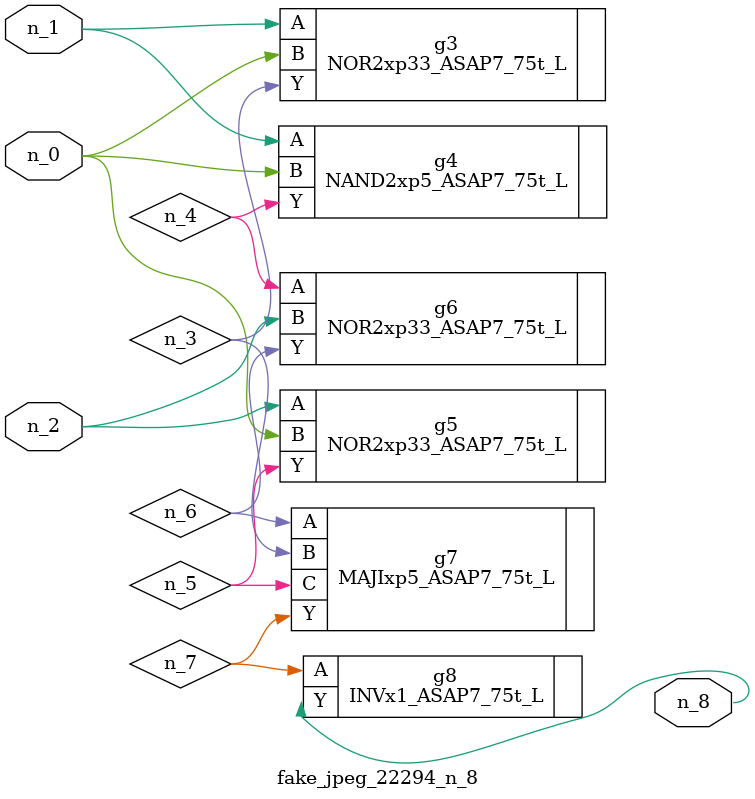
<source format=v>
module fake_jpeg_22294_n_8 (n_0, n_2, n_1, n_8);

input n_0;
input n_2;
input n_1;

output n_8;

wire n_3;
wire n_4;
wire n_6;
wire n_5;
wire n_7;

NOR2xp33_ASAP7_75t_L g3 ( 
.A(n_1),
.B(n_0),
.Y(n_3)
);

NAND2xp5_ASAP7_75t_L g4 ( 
.A(n_1),
.B(n_0),
.Y(n_4)
);

NOR2xp33_ASAP7_75t_L g5 ( 
.A(n_2),
.B(n_0),
.Y(n_5)
);

NOR2xp33_ASAP7_75t_L g6 ( 
.A(n_4),
.B(n_2),
.Y(n_6)
);

MAJIxp5_ASAP7_75t_L g7 ( 
.A(n_6),
.B(n_3),
.C(n_5),
.Y(n_7)
);

INVx1_ASAP7_75t_L g8 ( 
.A(n_7),
.Y(n_8)
);


endmodule
</source>
